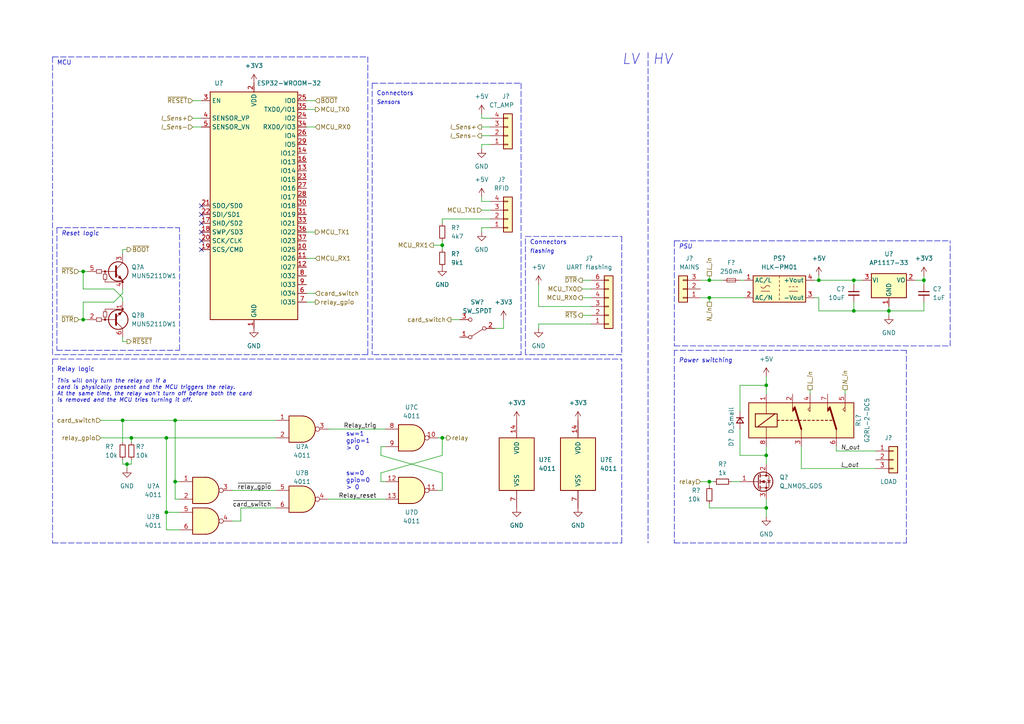
<source format=kicad_sch>
(kicad_sch (version 20210621) (generator eeschema)
  (paper "A4")
  (lib_symbols
    (symbol "4xxx:4011" (pin_names (offset 1.016))
      (property "Reference" "U" (at 0 1.27 0))
      (property "Value" "4011" (at 0 -1.27 0))
      (symbol "4011_1_1"
        (arc (start 0 -3.81) (end 0 3.81) (radius (at 0 0) (length 3.81) (angles -89.9 89.9)) (stroke (width 0.254)) (fill (type background)))
        (polyline (pts (xy 0 3.81) (xy -3.81 3.81) (xy -3.81 -3.81) (xy 0 -3.81)) (stroke (width 0.254)) (fill (type background)))
        (pin input line (at -7.62 2.54 0) (length 3.81) (name "~") (number "1"))
        (pin input line (at -7.62 -2.54 0) (length 3.81) (name "~") (number "2"))
        (pin output inverted (at 7.62 0 180) (length 3.81) (name "~") (number "3"))
      )
      (symbol "4011_1_2"
        (arc (start -3.81 3.81) (end -3.81 -3.81) (radius (at -9.144 0) (length 6.5532) (angles 35.4 -35.4)) (stroke (width 0.254)))
        (arc (start 3.81 0) (end -0.6096 3.81) (radius (at -1.1938 -1.3208) (length 5.1816) (angles 15 83.7)) (stroke (width 0.254)) (fill (type background)))
        (arc (start 3.81 0) (end -0.6096 -3.81) (radius (at -1.1938 1.3208) (length 5.1816) (angles -15 -83.7)) (stroke (width 0.254)) (fill (type background)))
        (polyline (pts (xy -3.81 -3.81) (xy -0.635 -3.81)) (stroke (width 0.254)) (fill (type background)))
        (polyline (pts (xy -3.81 3.81) (xy -0.635 3.81)) (stroke (width 0.254)) (fill (type background)))
        (polyline (pts (xy -0.635 3.81) (xy -3.81 3.81) (xy -3.81 3.81) (xy -3.556 3.4036) (xy -3.0226 2.2606) (xy -2.6924 1.0414) (xy -2.6162 -0.254) (xy -2.7686 -1.4986) (xy -3.175 -2.7178) (xy -3.81 -3.81) (xy -3.81 -3.81) (xy -0.635 -3.81)) (stroke (width -25.4)) (fill (type background)))
        (pin input inverted (at -7.62 2.54 0) (length 4.318) (name "~") (number "1"))
        (pin input inverted (at -7.62 -2.54 0) (length 4.318) (name "~") (number "2"))
        (pin output line (at 7.62 0 180) (length 3.81) (name "~") (number "3"))
      )
      (symbol "4011_2_1"
        (arc (start 0 -3.81) (end 0 3.81) (radius (at 0 0) (length 3.81) (angles -89.9 89.9)) (stroke (width 0.254)) (fill (type background)))
        (polyline (pts (xy 0 3.81) (xy -3.81 3.81) (xy -3.81 -3.81) (xy 0 -3.81)) (stroke (width 0.254)) (fill (type background)))
        (pin output inverted (at 7.62 0 180) (length 3.81) (name "~") (number "4"))
        (pin input line (at -7.62 2.54 0) (length 3.81) (name "~") (number "5"))
        (pin input line (at -7.62 -2.54 0) (length 3.81) (name "~") (number "6"))
      )
      (symbol "4011_2_2"
        (arc (start -3.81 3.81) (end -3.81 -3.81) (radius (at -9.144 0) (length 6.5532) (angles 35.4 -35.4)) (stroke (width 0.254)))
        (arc (start 3.81 0) (end -0.6096 3.81) (radius (at -1.1938 -1.3208) (length 5.1816) (angles 15 83.7)) (stroke (width 0.254)) (fill (type background)))
        (arc (start 3.81 0) (end -0.6096 -3.81) (radius (at -1.1938 1.3208) (length 5.1816) (angles -15 -83.7)) (stroke (width 0.254)) (fill (type background)))
        (polyline (pts (xy -3.81 -3.81) (xy -0.635 -3.81)) (stroke (width 0.254)) (fill (type background)))
        (polyline (pts (xy -3.81 3.81) (xy -0.635 3.81)) (stroke (width 0.254)) (fill (type background)))
        (polyline (pts (xy -0.635 3.81) (xy -3.81 3.81) (xy -3.81 3.81) (xy -3.556 3.4036) (xy -3.0226 2.2606) (xy -2.6924 1.0414) (xy -2.6162 -0.254) (xy -2.7686 -1.4986) (xy -3.175 -2.7178) (xy -3.81 -3.81) (xy -3.81 -3.81) (xy -0.635 -3.81)) (stroke (width -25.4)) (fill (type background)))
        (pin output line (at 7.62 0 180) (length 3.81) (name "~") (number "4"))
        (pin input inverted (at -7.62 2.54 0) (length 4.318) (name "~") (number "5"))
        (pin input inverted (at -7.62 -2.54 0) (length 4.318) (name "~") (number "6"))
      )
      (symbol "4011_3_1"
        (arc (start 0 -3.81) (end 0 3.81) (radius (at 0 0) (length 3.81) (angles -89.9 89.9)) (stroke (width 0.254)) (fill (type background)))
        (polyline (pts (xy 0 3.81) (xy -3.81 3.81) (xy -3.81 -3.81) (xy 0 -3.81)) (stroke (width 0.254)) (fill (type background)))
        (pin output inverted (at 7.62 0 180) (length 3.81) (name "~") (number "10"))
        (pin input line (at -7.62 2.54 0) (length 3.81) (name "~") (number "8"))
        (pin input line (at -7.62 -2.54 0) (length 3.81) (name "~") (number "9"))
      )
      (symbol "4011_3_2"
        (arc (start -3.81 3.81) (end -3.81 -3.81) (radius (at -9.144 0) (length 6.5532) (angles 35.4 -35.4)) (stroke (width 0.254)))
        (arc (start 3.81 0) (end -0.6096 3.81) (radius (at -1.1938 -1.3208) (length 5.1816) (angles 15 83.7)) (stroke (width 0.254)) (fill (type background)))
        (arc (start 3.81 0) (end -0.6096 -3.81) (radius (at -1.1938 1.3208) (length 5.1816) (angles -15 -83.7)) (stroke (width 0.254)) (fill (type background)))
        (polyline (pts (xy -3.81 -3.81) (xy -0.635 -3.81)) (stroke (width 0.254)) (fill (type background)))
        (polyline (pts (xy -3.81 3.81) (xy -0.635 3.81)) (stroke (width 0.254)) (fill (type background)))
        (polyline (pts (xy -0.635 3.81) (xy -3.81 3.81) (xy -3.81 3.81) (xy -3.556 3.4036) (xy -3.0226 2.2606) (xy -2.6924 1.0414) (xy -2.6162 -0.254) (xy -2.7686 -1.4986) (xy -3.175 -2.7178) (xy -3.81 -3.81) (xy -3.81 -3.81) (xy -0.635 -3.81)) (stroke (width -25.4)) (fill (type background)))
        (pin output line (at 7.62 0 180) (length 3.81) (name "~") (number "10"))
        (pin input inverted (at -7.62 2.54 0) (length 4.318) (name "~") (number "8"))
        (pin input inverted (at -7.62 -2.54 0) (length 4.318) (name "~") (number "9"))
      )
      (symbol "4011_4_1"
        (arc (start 0 -3.81) (end 0 3.81) (radius (at 0 0) (length 3.81) (angles -89.9 89.9)) (stroke (width 0.254)) (fill (type background)))
        (polyline (pts (xy 0 3.81) (xy -3.81 3.81) (xy -3.81 -3.81) (xy 0 -3.81)) (stroke (width 0.254)) (fill (type background)))
        (pin output inverted (at 7.62 0 180) (length 3.81) (name "~") (number "11"))
        (pin input line (at -7.62 2.54 0) (length 3.81) (name "~") (number "12"))
        (pin input line (at -7.62 -2.54 0) (length 3.81) (name "~") (number "13"))
      )
      (symbol "4011_4_2"
        (arc (start -3.81 3.81) (end -3.81 -3.81) (radius (at -9.144 0) (length 6.5532) (angles 35.4 -35.4)) (stroke (width 0.254)))
        (arc (start 3.81 0) (end -0.6096 3.81) (radius (at -1.1938 -1.3208) (length 5.1816) (angles 15 83.7)) (stroke (width 0.254)) (fill (type background)))
        (arc (start 3.81 0) (end -0.6096 -3.81) (radius (at -1.1938 1.3208) (length 5.1816) (angles -15 -83.7)) (stroke (width 0.254)) (fill (type background)))
        (polyline (pts (xy -3.81 -3.81) (xy -0.635 -3.81)) (stroke (width 0.254)) (fill (type background)))
        (polyline (pts (xy -3.81 3.81) (xy -0.635 3.81)) (stroke (width 0.254)) (fill (type background)))
        (polyline (pts (xy -0.635 3.81) (xy -3.81 3.81) (xy -3.81 3.81) (xy -3.556 3.4036) (xy -3.0226 2.2606) (xy -2.6924 1.0414) (xy -2.6162 -0.254) (xy -2.7686 -1.4986) (xy -3.175 -2.7178) (xy -3.81 -3.81) (xy -3.81 -3.81) (xy -0.635 -3.81)) (stroke (width -25.4)) (fill (type background)))
        (pin output line (at 7.62 0 180) (length 3.81) (name "~") (number "11"))
        (pin input inverted (at -7.62 2.54 0) (length 4.318) (name "~") (number "12"))
        (pin input inverted (at -7.62 -2.54 0) (length 4.318) (name "~") (number "13"))
      )
      (symbol "4011_5_0"
        (pin power_in line (at 0 12.7 270) (length 5.08) (name "VDD") (number "14"))
        (pin power_in line (at 0 -12.7 90) (length 5.08) (name "VSS") (number "7"))
      )
      (symbol "4011_5_1"
        (rectangle (start -5.08 7.62) (end 5.08 -7.62) (stroke (width 0.254)) (fill (type background)))
      )
    )
    (symbol "Connector_Generic:Conn_01x03" (pin_names (offset 1.016) hide)
      (property "Reference" "J" (at 0 5.08 0))
      (property "Value" "Conn_01x03" (at 0 -5.08 0))
      (symbol "Conn_01x03_1_1"
        (rectangle (start -1.27 -2.413) (end 0 -2.667) (stroke (width 0.1524)))
        (rectangle (start -1.27 0.127) (end 0 -0.127) (stroke (width 0.1524)))
        (rectangle (start -1.27 2.667) (end 0 2.413) (stroke (width 0.1524)))
        (rectangle (start -1.27 3.81) (end 1.27 -3.81) (stroke (width 0.254)) (fill (type background)))
        (pin passive line (at -5.08 2.54 0) (length 3.81) (name "Pin_1") (number "1"))
        (pin passive line (at -5.08 0 0) (length 3.81) (name "Pin_2") (number "2"))
        (pin passive line (at -5.08 -2.54 0) (length 3.81) (name "Pin_3") (number "3"))
      )
    )
    (symbol "Connector_Generic:Conn_01x04" (pin_names (offset 1.016) hide)
      (property "Reference" "J" (at 0 5.08 0))
      (property "Value" "Conn_01x04" (at 0 -7.62 0))
      (symbol "Conn_01x04_1_1"
        (rectangle (start -1.27 -4.953) (end 0 -5.207) (stroke (width 0.1524)))
        (rectangle (start -1.27 -2.413) (end 0 -2.667) (stroke (width 0.1524)))
        (rectangle (start -1.27 0.127) (end 0 -0.127) (stroke (width 0.1524)))
        (rectangle (start -1.27 2.667) (end 0 2.413) (stroke (width 0.1524)))
        (rectangle (start -1.27 3.81) (end 1.27 -6.35) (stroke (width 0.254)) (fill (type background)))
        (pin passive line (at -5.08 2.54 0) (length 3.81) (name "Pin_1") (number "1"))
        (pin passive line (at -5.08 0 0) (length 3.81) (name "Pin_2") (number "2"))
        (pin passive line (at -5.08 -2.54 0) (length 3.81) (name "Pin_3") (number "3"))
        (pin passive line (at -5.08 -5.08 0) (length 3.81) (name "Pin_4") (number "4"))
      )
    )
    (symbol "Connector_Generic:Conn_01x06" (pin_names (offset 1.016) hide)
      (property "Reference" "J" (at 0 7.62 0))
      (property "Value" "Conn_01x06" (at 0 -10.16 0))
      (symbol "Conn_01x06_1_1"
        (rectangle (start -1.27 -7.493) (end 0 -7.747) (stroke (width 0.1524)))
        (rectangle (start -1.27 -4.953) (end 0 -5.207) (stroke (width 0.1524)))
        (rectangle (start -1.27 -2.413) (end 0 -2.667) (stroke (width 0.1524)))
        (rectangle (start -1.27 0.127) (end 0 -0.127) (stroke (width 0.1524)))
        (rectangle (start -1.27 2.667) (end 0 2.413) (stroke (width 0.1524)))
        (rectangle (start -1.27 5.207) (end 0 4.953) (stroke (width 0.1524)))
        (rectangle (start -1.27 6.35) (end 1.27 -8.89) (stroke (width 0.254)) (fill (type background)))
        (pin passive line (at -5.08 5.08 0) (length 3.81) (name "Pin_1") (number "1"))
        (pin passive line (at -5.08 2.54 0) (length 3.81) (name "Pin_2") (number "2"))
        (pin passive line (at -5.08 0 0) (length 3.81) (name "Pin_3") (number "3"))
        (pin passive line (at -5.08 -2.54 0) (length 3.81) (name "Pin_4") (number "4"))
        (pin passive line (at -5.08 -5.08 0) (length 3.81) (name "Pin_5") (number "5"))
        (pin passive line (at -5.08 -7.62 0) (length 3.81) (name "Pin_6") (number "6"))
      )
    )
    (symbol "Converter_ACDC:HLK-PM01"
      (property "Reference" "PS" (at 0 5.08 0))
      (property "Value" "HLK-PM01" (at 0 -5.08 0))
      (symbol "HLK-PM01_0_1"
        (arc (start -5.334 0.635) (end -4.064 0.635) (radius (at -4.699 0.9652) (length 0.7112) (angles -152.5 -27.5)))
        (arc (start -2.794 0.635) (end -4.064 0.635) (radius (at -3.429 0.2794) (length 0.7366) (angles 29.2 150.8)))
        (rectangle (start -7.62 3.81) (end 7.62 -3.81) (stroke (width 0.254)) (fill (type background)))
        (polyline (pts (xy -5.334 -0.635) (xy -2.794 -0.635)))
        (polyline (pts (xy 0 -2.54) (xy 0 -3.175)))
        (polyline (pts (xy 0 -1.27) (xy 0 -1.905)))
        (polyline (pts (xy 0 0) (xy 0 -0.635)))
        (polyline (pts (xy 0 1.27) (xy 0 0.635)))
        (polyline (pts (xy 0 2.54) (xy 0 1.905)))
        (polyline (pts (xy 0 3.81) (xy 0 3.175)))
        (polyline (pts (xy 2.794 -0.635) (xy 5.334 -0.635)))
        (polyline (pts (xy 2.794 0.635) (xy 3.302 0.635)))
        (polyline (pts (xy 3.81 0.635) (xy 4.318 0.635)))
        (polyline (pts (xy 4.826 0.635) (xy 5.334 0.635)))
      )
      (symbol "HLK-PM01_1_1"
        (pin power_in line (at -10.16 2.54 0) (length 2.54) (name "AC/L") (number "1"))
        (pin power_in line (at -10.16 -2.54 0) (length 2.54) (name "AC/N") (number "2"))
        (pin power_out line (at 10.16 -2.54 180) (length 2.54) (name "-Vout") (number "3"))
        (pin power_out line (at 10.16 2.54 180) (length 2.54) (name "+Vout") (number "4"))
      )
    )
    (symbol "Device:C_Small" (pin_numbers hide) (pin_names (offset 0.254) hide)
      (property "Reference" "C" (at 0.254 1.778 0))
      (property "Value" "C_Small" (at 0.254 -2.032 0))
      (symbol "C_Small_0_1"
        (polyline (pts (xy -1.524 -0.508) (xy 1.524 -0.508)) (stroke (width 0.3302)))
        (polyline (pts (xy -1.524 0.508) (xy 1.524 0.508)) (stroke (width 0.3048)))
      )
      (symbol "C_Small_1_1"
        (pin passive line (at 0 2.54 270) (length 2.032) (name "~") (number "1"))
        (pin passive line (at 0 -2.54 90) (length 2.032) (name "~") (number "2"))
      )
    )
    (symbol "Device:D_Small" (pin_numbers hide) (pin_names (offset 0.254) hide)
      (property "Reference" "D" (at -1.27 2.032 0))
      (property "Value" "D_Small" (at -3.81 -2.032 0))
      (symbol "D_Small_0_1"
        (polyline (pts (xy -0.762 -1.016) (xy -0.762 1.016)) (stroke (width 0.254)))
        (polyline (pts (xy -0.762 0) (xy 0.762 0)))
        (polyline (pts (xy 0.762 -1.016) (xy -0.762 0) (xy 0.762 1.016) (xy 0.762 -1.016)) (stroke (width 0.254)))
      )
      (symbol "D_Small_1_1"
        (pin passive line (at -2.54 0 0) (length 1.778) (name "K") (number "1"))
        (pin passive line (at 2.54 0 180) (length 1.778) (name "A") (number "2"))
      )
    )
    (symbol "Device:Fuse_Small" (pin_numbers hide) (pin_names (offset 0.254) hide)
      (property "Reference" "F" (at 0 -1.524 0))
      (property "Value" "Fuse_Small" (at 0 1.524 0))
      (symbol "Fuse_Small_0_1"
        (rectangle (start -1.27 0.508) (end 1.27 -0.508))
        (polyline (pts (xy -1.27 0) (xy 1.27 0)))
      )
      (symbol "Fuse_Small_1_1"
        (pin passive line (at -2.54 0 0) (length 1.27) (name "~") (number "1"))
        (pin passive line (at 2.54 0 180) (length 1.27) (name "~") (number "2"))
      )
    )
    (symbol "Device:Q_NMOS_GDS" (pin_names (offset 0) hide)
      (property "Reference" "Q" (at 5.08 1.27 0))
      (property "Value" "Q_NMOS_GDS" (at 5.08 -1.27 0))
      (symbol "Q_NMOS_GDS_0_1"
        (circle (center 1.651 0) (radius 2.794) (stroke (width 0.254)))
        (circle (center 2.54 -1.778) (radius 0.254) (fill (type outline)))
        (circle (center 2.54 1.778) (radius 0.254) (fill (type outline)))
        (polyline (pts (xy 0.254 0) (xy -2.54 0)))
        (polyline (pts (xy 0.254 1.905) (xy 0.254 -1.905)) (stroke (width 0.254)))
        (polyline (pts (xy 0.762 -1.27) (xy 0.762 -2.286)) (stroke (width 0.254)))
        (polyline (pts (xy 0.762 0.508) (xy 0.762 -0.508)) (stroke (width 0.254)))
        (polyline (pts (xy 0.762 2.286) (xy 0.762 1.27)) (stroke (width 0.254)))
        (polyline (pts (xy 2.54 2.54) (xy 2.54 1.778)))
        (polyline (pts (xy 2.54 -2.54) (xy 2.54 0) (xy 0.762 0)))
        (polyline (pts (xy 0.762 -1.778) (xy 3.302 -1.778) (xy 3.302 1.778) (xy 0.762 1.778)))
        (polyline (pts (xy 2.794 0.508) (xy 2.921 0.381) (xy 3.683 0.381) (xy 3.81 0.254)))
        (polyline (pts (xy 3.302 0.381) (xy 2.921 -0.254) (xy 3.683 -0.254) (xy 3.302 0.381)))
        (polyline (pts (xy 1.016 0) (xy 2.032 0.381) (xy 2.032 -0.381) (xy 1.016 0)) (fill (type outline)))
      )
      (symbol "Q_NMOS_GDS_1_1"
        (pin input line (at -5.08 0 0) (length 2.54) (name "G") (number "1"))
        (pin passive line (at 2.54 5.08 270) (length 2.54) (name "D") (number "2"))
        (pin passive line (at 2.54 -5.08 90) (length 2.54) (name "S") (number "3"))
      )
    )
    (symbol "Device:R_Small" (pin_numbers hide) (pin_names (offset 0.254) hide)
      (property "Reference" "R" (at 0.762 0.508 0))
      (property "Value" "R_Small" (at 0.762 -1.016 0))
      (symbol "R_Small_0_1"
        (rectangle (start -0.762 1.778) (end 0.762 -1.778) (stroke (width 0.2032)))
      )
      (symbol "R_Small_1_1"
        (pin passive line (at 0 2.54 270) (length 0.762) (name "~") (number "1"))
        (pin passive line (at 0 -2.54 90) (length 0.762) (name "~") (number "2"))
      )
    )
    (symbol "RF_Module:ESP32-WROOM-32"
      (property "Reference" "U" (at -12.7 34.29 0))
      (property "Value" "ESP32-WROOM-32" (at 1.27 34.29 0))
      (symbol "ESP32-WROOM-32_0_1"
        (rectangle (start -12.7 33.02) (end 12.7 -33.02) (stroke (width 0.254)) (fill (type background)))
      )
      (symbol "ESP32-WROOM-32_1_1"
        (pin power_in line (at 0 -35.56 90) (length 2.54) (name "GND") (number "1"))
        (pin bidirectional line (at 15.24 -12.7 180) (length 2.54) (name "IO25") (number "10"))
        (pin bidirectional line (at 15.24 -15.24 180) (length 2.54) (name "IO26") (number "11"))
        (pin bidirectional line (at 15.24 -17.78 180) (length 2.54) (name "IO27") (number "12"))
        (pin bidirectional line (at 15.24 10.16 180) (length 2.54) (name "IO14") (number "13"))
        (pin bidirectional line (at 15.24 15.24 180) (length 2.54) (name "IO12") (number "14"))
        (pin passive line (at 0 -35.56 90) (length 2.54) hide (name "GND") (number "15"))
        (pin bidirectional line (at 15.24 12.7 180) (length 2.54) (name "IO13") (number "16"))
        (pin bidirectional line (at -15.24 -5.08 0) (length 2.54) (name "SHD/SD2") (number "17"))
        (pin bidirectional line (at -15.24 -7.62 0) (length 2.54) (name "SWP/SD3") (number "18"))
        (pin bidirectional line (at -15.24 -12.7 0) (length 2.54) (name "SCS/CMD") (number "19"))
        (pin power_in line (at 0 35.56 270) (length 2.54) (name "VDD") (number "2"))
        (pin bidirectional line (at -15.24 -10.16 0) (length 2.54) (name "SCK/CLK") (number "20"))
        (pin bidirectional line (at -15.24 0 0) (length 2.54) (name "SDO/SD0") (number "21"))
        (pin bidirectional line (at -15.24 -2.54 0) (length 2.54) (name "SDI/SD1") (number "22"))
        (pin bidirectional line (at 15.24 7.62 180) (length 2.54) (name "IO15") (number "23"))
        (pin bidirectional line (at 15.24 25.4 180) (length 2.54) (name "IO2") (number "24"))
        (pin bidirectional line (at 15.24 30.48 180) (length 2.54) (name "IO0") (number "25"))
        (pin bidirectional line (at 15.24 20.32 180) (length 2.54) (name "IO4") (number "26"))
        (pin bidirectional line (at 15.24 5.08 180) (length 2.54) (name "IO16") (number "27"))
        (pin bidirectional line (at 15.24 2.54 180) (length 2.54) (name "IO17") (number "28"))
        (pin bidirectional line (at 15.24 17.78 180) (length 2.54) (name "IO5") (number "29"))
        (pin input line (at -15.24 30.48 0) (length 2.54) (name "EN") (number "3"))
        (pin bidirectional line (at 15.24 0 180) (length 2.54) (name "IO18") (number "30"))
        (pin bidirectional line (at 15.24 -2.54 180) (length 2.54) (name "IO19") (number "31"))
        (pin no_connect line (at -12.7 -27.94 0) (length 2.54) hide (name "NC") (number "32"))
        (pin bidirectional line (at 15.24 -5.08 180) (length 2.54) (name "IO21") (number "33"))
        (pin bidirectional line (at 15.24 22.86 180) (length 2.54) (name "RXD0/IO3") (number "34"))
        (pin bidirectional line (at 15.24 27.94 180) (length 2.54) (name "TXD0/IO1") (number "35"))
        (pin bidirectional line (at 15.24 -7.62 180) (length 2.54) (name "IO22") (number "36"))
        (pin bidirectional line (at 15.24 -10.16 180) (length 2.54) (name "IO23") (number "37"))
        (pin passive line (at 0 -35.56 90) (length 2.54) hide (name "GND") (number "38"))
        (pin passive line (at 0 -35.56 90) (length 2.54) hide (name "GND") (number "39"))
        (pin input line (at -15.24 25.4 0) (length 2.54) (name "SENSOR_VP") (number "4"))
        (pin input line (at -15.24 22.86 0) (length 2.54) (name "SENSOR_VN") (number "5"))
        (pin input line (at 15.24 -25.4 180) (length 2.54) (name "IO34") (number "6"))
        (pin input line (at 15.24 -27.94 180) (length 2.54) (name "IO35") (number "7"))
        (pin bidirectional line (at 15.24 -20.32 180) (length 2.54) (name "IO32") (number "8"))
        (pin bidirectional line (at 15.24 -22.86 180) (length 2.54) (name "IO33") (number "9"))
      )
    )
    (symbol "Regulator_Linear:AP1117-33" (pin_names (offset 0.254))
      (property "Reference" "U" (at -3.81 3.175 0))
      (property "Value" "AP1117-33" (at 0 3.175 0))
      (symbol "AP1117-33_0_1"
        (rectangle (start -5.08 -5.08) (end 5.08 1.905) (stroke (width 0.254)) (fill (type background)))
      )
      (symbol "AP1117-33_1_1"
        (pin power_in line (at 0 -7.62 90) (length 2.54) (name "GND") (number "1"))
        (pin power_out line (at 7.62 0 180) (length 2.54) (name "VO") (number "2"))
        (pin power_in line (at -7.62 0 0) (length 2.54) (name "VI") (number "3"))
      )
    )
    (symbol "Relay:G2RL-2-DC5"
      (property "Reference" "RL" (at 16.51 3.81 0))
      (property "Value" "G2RL-2-DC5" (at 16.51 1.27 0))
      (symbol "G2RL-2-DC5_0_1"
        (rectangle (start -13.335 1.905) (end -6.985 -1.905) (stroke (width 0.254)))
        (rectangle (start -15.24 5.08) (end 15.24 -5.08) (stroke (width 0.254)) (fill (type background)))
        (polyline (pts (xy -12.7 -1.905) (xy -7.62 1.905)) (stroke (width 0.254)))
        (polyline (pts (xy -10.16 -5.08) (xy -10.16 -1.905)))
        (polyline (pts (xy -10.16 5.08) (xy -10.16 1.905)))
        (polyline (pts (xy -6.985 0) (xy -6.35 0)) (stroke (width 0.254)))
        (polyline (pts (xy -5.715 0) (xy -5.08 0)) (stroke (width 0.254)))
        (polyline (pts (xy -4.445 0) (xy -3.81 0)) (stroke (width 0.254)))
        (polyline (pts (xy -3.175 0) (xy -2.54 0)) (stroke (width 0.254)))
        (polyline (pts (xy -1.905 0) (xy -1.27 0)) (stroke (width 0.254)))
        (polyline (pts (xy -0.635 0) (xy 0 0)) (stroke (width 0.254)))
        (polyline (pts (xy 0 -2.54) (xy -1.905 3.81)) (stroke (width 0.508)))
        (polyline (pts (xy 0 -2.54) (xy 0 -5.08)))
        (polyline (pts (xy 0.635 0) (xy 1.27 0)) (stroke (width 0.254)))
        (polyline (pts (xy 1.905 0) (xy 2.54 0)) (stroke (width 0.254)))
        (polyline (pts (xy 3.175 0) (xy 3.81 0)) (stroke (width 0.254)))
        (polyline (pts (xy 4.445 0) (xy 5.08 0)) (stroke (width 0.254)))
        (polyline (pts (xy 5.715 0) (xy 6.35 0)) (stroke (width 0.254)))
        (polyline (pts (xy 6.985 0) (xy 7.62 0)) (stroke (width 0.254)))
        (polyline (pts (xy 8.255 0) (xy 8.89 0)) (stroke (width 0.254)))
        (polyline (pts (xy 10.16 -2.54) (xy 8.255 3.81)) (stroke (width 0.508)))
        (polyline (pts (xy 10.16 -2.54) (xy 10.16 -5.08)))
        (polyline (pts (xy 2.54 5.08) (xy 2.54 2.54) (xy 1.905 3.175) (xy 2.54 3.81)))
        (polyline (pts (xy 12.7 5.08) (xy 12.7 2.54) (xy 12.065 3.175) (xy 12.7 3.81)))
        (polyline (pts (xy -2.54 5.08) (xy -2.54 2.54) (xy -1.905 3.175) (xy -2.54 3.81)) (fill (type outline)))
        (polyline (pts (xy 7.62 5.08) (xy 7.62 2.54) (xy 8.255 3.175) (xy 7.62 3.81)) (fill (type outline)))
      )
      (symbol "G2RL-2-DC5_1_1"
        (pin passive line (at -10.16 7.62 270) (length 2.54) (name "~") (number "1"))
        (pin passive line (at -2.54 7.62 270) (length 2.54) (name "~") (number "2"))
        (pin passive line (at 0 -7.62 90) (length 2.54) (name "~") (number "3"))
        (pin passive line (at 2.54 7.62 270) (length 2.54) (name "~") (number "4"))
        (pin passive line (at 12.7 7.62 270) (length 2.54) (name "~") (number "5"))
        (pin passive line (at 10.16 -7.62 90) (length 2.54) (name "~") (number "6"))
        (pin passive line (at 7.62 7.62 270) (length 2.54) (name "~") (number "7"))
        (pin passive line (at -10.16 -7.62 90) (length 2.54) (name "~") (number "8"))
      )
    )
    (symbol "Switch:SW_SPDT" (pin_names (offset 0) hide)
      (property "Reference" "SW" (at 0 4.318 0))
      (property "Value" "SW_SPDT" (at 0 -5.08 0))
      (symbol "SW_SPDT_0_0"
        (circle (center -2.032 0) (radius 0.508))
        (circle (center 2.032 -2.54) (radius 0.508))
      )
      (symbol "SW_SPDT_0_1"
        (circle (center 2.032 2.54) (radius 0.508))
        (polyline (pts (xy -1.524 0.254) (xy 1.651 2.286)))
      )
      (symbol "SW_SPDT_1_1"
        (pin passive line (at 5.08 2.54 180) (length 2.54) (name "A") (number "1"))
        (pin passive line (at -5.08 0 0) (length 2.54) (name "B") (number "2"))
        (pin passive line (at 5.08 -2.54 180) (length 2.54) (name "C") (number "3"))
      )
    )
    (symbol "Transistor_BJT:MUN5211DW1" (pin_names hide)
      (property "Reference" "Q" (at 3.81 1.27 0))
      (property "Value" "MUN5211DW1" (at 3.81 -1.27 0))
      (symbol "MUN5211DW1_0_1"
        (circle (center -3.81 0) (radius 0.254) (fill (type outline)))
        (circle (center 1.27 -3.048) (radius 0.254) (fill (type outline)))
        (rectangle (start -6.35 0.508) (end -4.826 -0.508))
        (rectangle (start -4.318 -2.286) (end -3.302 -0.762))
        (polyline (pts (xy -3.81 -0.762) (xy -3.81 0)))
        (polyline (pts (xy -0.762 0) (xy -4.826 0)))
        (polyline (pts (xy -0.635 1.524) (xy -0.635 -1.524)) (stroke (width 0.508)))
        (polyline (pts (xy -3.81 -2.286) (xy -3.81 -3.048) (xy 1.27 -3.048)))
      )
      (symbol "MUN5211DW1_1_1"
        (circle (center 0 0) (radius 2.8194) (stroke (width 0.254)))
        (polyline (pts (xy -0.635 0.635) (xy 1.27 2.54)))
        (polyline (pts (xy -0.635 -0.635) (xy 1.27 -2.54) (xy 1.27 -2.54)))
        (polyline (pts (xy 0 -1.778) (xy 0.508 -1.27) (xy 1.016 -2.286) (xy 0 -1.778) (xy 0 -1.778)) (fill (type outline)))
        (pin passive line (at 1.27 5.08 270) (length 2.54) (name "C1") (number "3"))
        (pin passive line (at 1.27 -5.08 90) (length 2.54) (name "E1") (number "4"))
        (pin input line (at -8.89 0 0) (length 2.54) (name "B1") (number "5"))
      )
      (symbol "MUN5211DW1_2_1"
        (circle (center 0 0) (radius 2.8194) (stroke (width 0.254)))
        (polyline (pts (xy -0.635 0.635) (xy 1.27 2.54)))
        (polyline (pts (xy -0.635 -0.635) (xy 1.27 -2.54) (xy 1.27 -2.54)))
        (polyline (pts (xy 0 -1.778) (xy 0.508 -1.27) (xy 1.016 -2.286) (xy 0 -1.778) (xy 0 -1.778)) (fill (type outline)))
        (pin passive line (at 1.27 -5.08 90) (length 2.54) (name "E2") (number "1"))
        (pin input line (at -8.89 0 0) (length 2.54) (name "B2") (number "2"))
        (pin passive line (at 1.27 5.08 270) (length 2.54) (name "C2") (number "6"))
      )
    )
    (symbol "power:+3V3" (power) (pin_names (offset 0))
      (property "Value" "+3V3" (at 0 3.556 0))
      (symbol "+3V3_0_1"
        (polyline (pts (xy -0.762 1.27) (xy 0 2.54)))
        (polyline (pts (xy 0 0) (xy 0 2.54)))
        (polyline (pts (xy 0 2.54) (xy 0.762 1.27)))
      )
      (symbol "+3V3_1_1"
        (pin power_in line (at 0 0 90) (length 0) hide (name "+3V3") (number "1"))
      )
    )
    (symbol "power:+5V" (power) (pin_names (offset 0))
      (property "Value" "+5V" (at 0 3.556 0))
      (symbol "+5V_0_1"
        (polyline (pts (xy -0.762 1.27) (xy 0 2.54)))
        (polyline (pts (xy 0 0) (xy 0 2.54)))
        (polyline (pts (xy 0 2.54) (xy 0.762 1.27)))
      )
      (symbol "+5V_1_1"
        (pin power_in line (at 0 0 90) (length 0) hide (name "+5V") (number "1"))
      )
    )
    (symbol "power:GND" (power) (pin_names (offset 0))
      (property "Value" "GND" (at 0 -3.81 0))
      (symbol "GND_0_1"
        (polyline (pts (xy 0 0) (xy 0 -1.27) (xy 1.27 -1.27) (xy 0 -2.54) (xy -1.27 -1.27) (xy 0 -1.27)))
      )
      (symbol "GND_1_1"
        (pin power_in line (at 0 0 270) (length 0) hide (name "GND") (number "1"))
      )
    )
  )
  (junction (at 24.13 78.74))
  (junction (at 24.13 92.71))
  (junction (at 35.56 121.92))
  (junction (at 36.83 134.62))
  (junction (at 38.1 127))
  (junction (at 48.26 127))
  (junction (at 48.26 148.59))
  (junction (at 50.8 121.92))
  (junction (at 50.8 139.7))
  (junction (at 128.27 71.12))
  (junction (at 128.27 127))
  (junction (at 205.74 81.28))
  (junction (at 205.74 86.36))
  (junction (at 205.74 139.7))
  (junction (at 222.25 111.76))
  (junction (at 222.25 132.08))
  (junction (at 222.25 147.32))
  (junction (at 237.49 81.28))
  (junction (at 247.65 81.28))
  (junction (at 247.65 90.17))
  (junction (at 257.81 90.17))
  (junction (at 267.97 81.28))
  (no_connect (at 58.42 59.69))
  (no_connect (at 58.42 62.23))
  (no_connect (at 58.42 64.77))
  (no_connect (at 58.42 67.31))
  (no_connect (at 58.42 69.85))
  (no_connect (at 58.42 72.39))
  (wire (pts (xy 22.86 78.74) (xy 24.13 78.74)))
  (wire (pts (xy 22.86 92.71) (xy 24.13 92.71)))
  (wire (pts (xy 24.13 78.74) (xy 25.4 78.74)))
  (wire (pts (xy 24.13 83.82) (xy 24.13 78.74)))
  (wire (pts (xy 24.13 87.63) (xy 24.13 92.71)))
  (wire (pts (xy 24.13 92.71) (xy 25.4 92.71)))
  (wire (pts (xy 29.21 121.92) (xy 35.56 121.92)))
  (wire (pts (xy 29.21 127) (xy 38.1 127)))
  (wire (pts (xy 33.02 83.82) (xy 24.13 83.82)))
  (wire (pts (xy 33.02 83.82) (xy 35.56 86.36)))
  (wire (pts (xy 33.02 87.63) (xy 24.13 87.63)))
  (wire (pts (xy 33.02 87.63) (xy 35.56 85.09)))
  (wire (pts (xy 35.56 72.39) (xy 36.83 72.39)))
  (wire (pts (xy 35.56 73.66) (xy 35.56 72.39)))
  (wire (pts (xy 35.56 83.82) (xy 35.56 85.09)))
  (wire (pts (xy 35.56 86.36) (xy 35.56 87.63)))
  (wire (pts (xy 35.56 97.79) (xy 35.56 99.06)))
  (wire (pts (xy 35.56 99.06) (xy 36.83 99.06)))
  (wire (pts (xy 35.56 121.92) (xy 35.56 128.27)))
  (wire (pts (xy 35.56 121.92) (xy 50.8 121.92)))
  (wire (pts (xy 35.56 134.62) (xy 35.56 133.35)))
  (wire (pts (xy 36.83 134.62) (xy 35.56 134.62)))
  (wire (pts (xy 36.83 134.62) (xy 36.83 135.89)))
  (wire (pts (xy 38.1 127) (xy 38.1 128.27)))
  (wire (pts (xy 38.1 127) (xy 48.26 127)))
  (wire (pts (xy 38.1 133.35) (xy 38.1 134.62)))
  (wire (pts (xy 38.1 134.62) (xy 36.83 134.62)))
  (wire (pts (xy 48.26 127) (xy 48.26 148.59)))
  (wire (pts (xy 48.26 127) (xy 80.01 127)))
  (wire (pts (xy 48.26 148.59) (xy 48.26 153.67)))
  (wire (pts (xy 48.26 148.59) (xy 52.07 148.59)))
  (wire (pts (xy 48.26 153.67) (xy 52.07 153.67)))
  (wire (pts (xy 50.8 121.92) (xy 50.8 139.7)))
  (wire (pts (xy 50.8 121.92) (xy 80.01 121.92)))
  (wire (pts (xy 50.8 139.7) (xy 50.8 144.78)))
  (wire (pts (xy 50.8 144.78) (xy 52.07 144.78)))
  (wire (pts (xy 52.07 139.7) (xy 50.8 139.7)))
  (wire (pts (xy 55.88 29.21) (xy 58.42 29.21)))
  (wire (pts (xy 55.88 34.29) (xy 58.42 34.29)))
  (wire (pts (xy 55.88 36.83) (xy 58.42 36.83)))
  (wire (pts (xy 67.31 142.24) (xy 80.01 142.24)))
  (wire (pts (xy 67.31 151.13) (xy 69.85 151.13)))
  (wire (pts (xy 69.85 147.32) (xy 80.01 147.32)))
  (wire (pts (xy 69.85 151.13) (xy 69.85 147.32)))
  (wire (pts (xy 88.9 29.21) (xy 91.44 29.21)))
  (wire (pts (xy 88.9 31.75) (xy 91.44 31.75)))
  (wire (pts (xy 88.9 36.83) (xy 91.44 36.83)))
  (wire (pts (xy 88.9 67.31) (xy 91.44 67.31)))
  (wire (pts (xy 88.9 74.93) (xy 91.44 74.93)))
  (wire (pts (xy 88.9 85.09) (xy 91.44 85.09)))
  (wire (pts (xy 88.9 87.63) (xy 91.44 87.63)))
  (wire (pts (xy 95.25 124.46) (xy 111.76 124.46)))
  (wire (pts (xy 95.25 144.78) (xy 111.76 144.78)))
  (wire (pts (xy 110.49 129.54) (xy 110.49 132.08)))
  (wire (pts (xy 110.49 132.08) (xy 128.27 137.16)))
  (wire (pts (xy 110.49 137.16) (xy 110.49 139.7)))
  (wire (pts (xy 110.49 137.16) (xy 128.27 132.08)))
  (wire (pts (xy 110.49 139.7) (xy 111.76 139.7)))
  (wire (pts (xy 111.76 129.54) (xy 110.49 129.54)))
  (wire (pts (xy 125.73 71.12) (xy 128.27 71.12)))
  (wire (pts (xy 127 127) (xy 128.27 127)))
  (wire (pts (xy 128.27 63.5) (xy 128.27 64.77)))
  (wire (pts (xy 128.27 63.5) (xy 142.24 63.5)))
  (wire (pts (xy 128.27 69.85) (xy 128.27 71.12)))
  (wire (pts (xy 128.27 71.12) (xy 128.27 72.39)))
  (wire (pts (xy 128.27 127) (xy 128.27 132.08)))
  (wire (pts (xy 128.27 127) (xy 129.54 127)))
  (wire (pts (xy 128.27 137.16) (xy 128.27 142.24)))
  (wire (pts (xy 128.27 142.24) (xy 127 142.24)))
  (wire (pts (xy 133.35 92.71) (xy 130.81 92.71)))
  (wire (pts (xy 139.7 33.02) (xy 139.7 34.29)))
  (wire (pts (xy 139.7 36.83) (xy 142.24 36.83)))
  (wire (pts (xy 139.7 39.37) (xy 142.24 39.37)))
  (wire (pts (xy 139.7 41.91) (xy 139.7 43.18)))
  (wire (pts (xy 139.7 57.15) (xy 139.7 58.42)))
  (wire (pts (xy 139.7 60.96) (xy 142.24 60.96)))
  (wire (pts (xy 139.7 66.04) (xy 139.7 67.31)))
  (wire (pts (xy 142.24 34.29) (xy 139.7 34.29)))
  (wire (pts (xy 142.24 41.91) (xy 139.7 41.91)))
  (wire (pts (xy 142.24 58.42) (xy 139.7 58.42)))
  (wire (pts (xy 142.24 66.04) (xy 139.7 66.04)))
  (wire (pts (xy 143.51 95.25) (xy 146.05 95.25)))
  (wire (pts (xy 146.05 95.25) (xy 146.05 92.71)))
  (wire (pts (xy 156.21 82.55) (xy 156.21 88.9)))
  (wire (pts (xy 156.21 88.9) (xy 171.45 88.9)))
  (wire (pts (xy 156.21 93.98) (xy 156.21 95.25)))
  (wire (pts (xy 168.91 81.28) (xy 171.45 81.28)))
  (wire (pts (xy 168.91 83.82) (xy 171.45 83.82)))
  (wire (pts (xy 168.91 86.36) (xy 171.45 86.36)))
  (wire (pts (xy 168.91 91.44) (xy 171.45 91.44)))
  (wire (pts (xy 171.45 93.98) (xy 156.21 93.98)))
  (wire (pts (xy 203.2 81.28) (xy 205.74 81.28)))
  (wire (pts (xy 203.2 86.36) (xy 205.74 86.36)))
  (wire (pts (xy 203.2 139.7) (xy 205.74 139.7)))
  (wire (pts (xy 205.74 80.01) (xy 205.74 81.28)))
  (wire (pts (xy 205.74 81.28) (xy 209.55 81.28)))
  (wire (pts (xy 205.74 86.36) (xy 205.74 87.63)))
  (wire (pts (xy 205.74 86.36) (xy 215.9 86.36)))
  (wire (pts (xy 205.74 139.7) (xy 205.74 140.97)))
  (wire (pts (xy 205.74 139.7) (xy 207.01 139.7)))
  (wire (pts (xy 205.74 146.05) (xy 205.74 147.32)))
  (wire (pts (xy 205.74 147.32) (xy 222.25 147.32)))
  (wire (pts (xy 212.09 139.7) (xy 214.63 139.7)))
  (wire (pts (xy 214.63 81.28) (xy 215.9 81.28)))
  (wire (pts (xy 214.63 111.76) (xy 214.63 119.38)))
  (wire (pts (xy 214.63 124.46) (xy 214.63 132.08)))
  (wire (pts (xy 214.63 132.08) (xy 222.25 132.08)))
  (wire (pts (xy 222.25 109.22) (xy 222.25 111.76)))
  (wire (pts (xy 222.25 111.76) (xy 214.63 111.76)))
  (wire (pts (xy 222.25 114.3) (xy 222.25 111.76)))
  (wire (pts (xy 222.25 132.08) (xy 222.25 129.54)))
  (wire (pts (xy 222.25 132.08) (xy 222.25 134.62)))
  (wire (pts (xy 222.25 144.78) (xy 222.25 147.32)))
  (wire (pts (xy 222.25 147.32) (xy 222.25 149.86)))
  (wire (pts (xy 232.41 129.54) (xy 232.41 135.89)))
  (wire (pts (xy 232.41 135.89) (xy 254 135.89)))
  (wire (pts (xy 234.95 113.03) (xy 234.95 114.3)))
  (wire (pts (xy 236.22 86.36) (xy 237.49 86.36)))
  (wire (pts (xy 237.49 80.01) (xy 237.49 81.28)))
  (wire (pts (xy 237.49 81.28) (xy 236.22 81.28)))
  (wire (pts (xy 237.49 81.28) (xy 247.65 81.28)))
  (wire (pts (xy 237.49 86.36) (xy 237.49 90.17)))
  (wire (pts (xy 237.49 90.17) (xy 247.65 90.17)))
  (wire (pts (xy 242.57 129.54) (xy 242.57 130.81)))
  (wire (pts (xy 242.57 130.81) (xy 254 130.81)))
  (wire (pts (xy 245.11 113.03) (xy 245.11 114.3)))
  (wire (pts (xy 247.65 81.28) (xy 250.19 81.28)))
  (wire (pts (xy 247.65 82.55) (xy 247.65 81.28)))
  (wire (pts (xy 247.65 87.63) (xy 247.65 90.17)))
  (wire (pts (xy 247.65 90.17) (xy 257.81 90.17)))
  (wire (pts (xy 257.81 90.17) (xy 257.81 88.9)))
  (wire (pts (xy 257.81 90.17) (xy 257.81 91.44)))
  (wire (pts (xy 257.81 90.17) (xy 267.97 90.17)))
  (wire (pts (xy 265.43 81.28) (xy 267.97 81.28)))
  (wire (pts (xy 267.97 80.01) (xy 267.97 81.28)))
  (wire (pts (xy 267.97 82.55) (xy 267.97 81.28)))
  (wire (pts (xy 267.97 87.63) (xy 267.97 90.17)))
  (polyline (pts (xy 15.24 16.51) (xy 15.24 102.87)))
  (polyline (pts (xy 15.24 16.51) (xy 106.68 16.51)))
  (polyline (pts (xy 15.24 104.14) (xy 15.24 157.48)))
  (polyline (pts (xy 15.24 104.14) (xy 180.34 104.14)))
  (polyline (pts (xy 15.24 157.48) (xy 180.34 157.48)))
  (polyline (pts (xy 16.51 66.04) (xy 16.51 101.6)))
  (polyline (pts (xy 16.51 66.04) (xy 52.07 66.04)))
  (polyline (pts (xy 16.51 101.6) (xy 52.07 101.6)))
  (polyline (pts (xy 52.07 101.6) (xy 52.07 66.04)))
  (polyline (pts (xy 106.68 16.51) (xy 106.68 102.87)))
  (polyline (pts (xy 106.68 102.87) (xy 15.24 102.87)))
  (polyline (pts (xy 107.95 24.13) (xy 107.95 102.87)))
  (polyline (pts (xy 107.95 24.13) (xy 151.13 24.13)))
  (polyline (pts (xy 151.13 24.13) (xy 151.13 102.87)))
  (polyline (pts (xy 151.13 102.87) (xy 107.95 102.87)))
  (polyline (pts (xy 152.4 68.58) (xy 180.34 68.58)))
  (polyline (pts (xy 152.4 102.87) (xy 152.4 68.58)))
  (polyline (pts (xy 180.34 68.58) (xy 180.34 102.87)))
  (polyline (pts (xy 180.34 102.87) (xy 152.4 102.87)))
  (polyline (pts (xy 180.34 157.48) (xy 180.34 104.14)))
  (polyline (pts (xy 187.96 15.24) (xy 187.96 157.48)))
  (polyline (pts (xy 195.58 69.85) (xy 195.58 100.33)))
  (polyline (pts (xy 195.58 69.85) (xy 275.59 69.85)))
  (polyline (pts (xy 195.58 100.33) (xy 275.59 100.33)))
  (polyline (pts (xy 195.58 101.6) (xy 195.58 157.48)))
  (polyline (pts (xy 195.58 157.48) (xy 262.89 157.48)))
  (polyline (pts (xy 262.89 101.6) (xy 195.58 101.6)))
  (polyline (pts (xy 262.89 157.48) (xy 262.89 101.6)))
  (polyline (pts (xy 275.59 100.33) (xy 275.59 69.85)))
  (text "MCU" (at 16.51 19.05 0) (effects (font (size 1.27 1.27)) (justify left bottom)))
  (text "Relay logic" (at 16.51 107.95 0) (effects (font (size 1.27 1.27)) (justify left bottom)))
  (text "This will only turn the relay on if a \ncard is physically present and the MCU triggers the relay.\nAt the same time, the relay won't turn off before both the card\nis removed and the MCU tries turning it off." (at 16.51 116.84 0) (effects (font (size 1.15 1.15) italic) (justify left bottom)))
  (text "Reset logic" (at 17.78 68.58 0) (effects (font (size 1.27 1.27) italic) (justify left bottom)))
  (text "sw=1\ngpio=1\n> 0" (at 100.33 130.81 0) (effects (font (size 1.27 1.27)) (justify left bottom)))
  (text "sw=0\ngpio=0\n> 0" (at 100.33 142.24 0) (effects (font (size 1.27 1.27)) (justify left bottom)))
  (text "Connectors" (at 109.22 27.94 0) (effects (font (size 1.27 1.27)) (justify left bottom)))
  (text "Sensors" (at 109.22 30.48 0) (effects (font (size 1.15 1.15) italic) (justify left bottom)))
  (text "Connectors" (at 153.67 71.12 0) (effects (font (size 1.27 1.27)) (justify left bottom)))
  (text "flashing" (at 153.67 73.66 0) (effects (font (size 1.15 1.15) italic) (justify left bottom)))
  (text "LV" (at 180.34 19.05 0) (effects (font (size 3 3) italic) (justify left bottom)))
  (text "HV" (at 189.23 19.05 0) (effects (font (size 3 3) italic) (justify left bottom)))
  (text "PSU" (at 196.85 72.39 0) (effects (font (size 1.27 1.27) italic) (justify left bottom)))
  (text "Power switching" (at 196.85 105.41 0) (effects (font (size 1.27 1.27) italic) (justify left bottom)))
  (label "~{relay_gpio}" (at 78.74 142.24 180))
  (label "~{card_switch}" (at 78.74 147.32 180))
  (label "Relay_trig" (at 109.22 124.46 180))
  (label "Relay_reset" (at 109.22 144.78 180))
  (label "N_out" (at 243.84 130.81 0) (effects (font italic)))
  (label "L_out" (at 243.84 135.89 0) (effects (font italic)))
  (hierarchical_label "~{RTS}" (shape input) (at 22.86 78.74 180))
  (hierarchical_label "~{DTR}" (shape input) (at 22.86 92.71 180))
  (hierarchical_label "card_switch" (shape input) (at 29.21 121.92 180))
  (hierarchical_label "relay_gpio" (shape input) (at 29.21 127 180))
  (hierarchical_label "~{BOOT}" (shape output) (at 36.83 72.39 0))
  (hierarchical_label "~{RESET}" (shape output) (at 36.83 99.06 0))
  (hierarchical_label "~{RESET}" (shape input) (at 55.88 29.21 180))
  (hierarchical_label "I_Sens+" (shape input) (at 55.88 34.29 180) (effects (font italic)))
  (hierarchical_label "I_Sens-" (shape input) (at 55.88 36.83 180) (effects (font italic)))
  (hierarchical_label "~{BOOT}" (shape input) (at 91.44 29.21 0))
  (hierarchical_label "MCU_TX0" (shape output) (at 91.44 31.75 0))
  (hierarchical_label "MCU_RX0" (shape input) (at 91.44 36.83 0))
  (hierarchical_label "MCU_TX1" (shape output) (at 91.44 67.31 0))
  (hierarchical_label "MCU_RX1" (shape input) (at 91.44 74.93 0))
  (hierarchical_label "card_switch" (shape input) (at 91.44 85.09 0))
  (hierarchical_label "relay_gpio" (shape output) (at 91.44 87.63 0))
  (hierarchical_label "MCU_RX1" (shape output) (at 125.73 71.12 180))
  (hierarchical_label "relay" (shape output) (at 129.54 127 0))
  (hierarchical_label "card_switch" (shape output) (at 130.81 92.71 180))
  (hierarchical_label "I_Sens+" (shape output) (at 139.7 36.83 180) (effects (font italic)))
  (hierarchical_label "I_Sens-" (shape output) (at 139.7 39.37 180) (effects (font italic)))
  (hierarchical_label "MCU_TX1" (shape input) (at 139.7 60.96 180))
  (hierarchical_label "~{DTR}" (shape output) (at 168.91 81.28 180))
  (hierarchical_label "MCU_TX0" (shape input) (at 168.91 83.82 180))
  (hierarchical_label "MCU_RX0" (shape output) (at 168.91 86.36 180))
  (hierarchical_label "~{RTS}" (shape output) (at 168.91 91.44 180))
  (hierarchical_label "relay" (shape input) (at 203.2 139.7 180))
  (hierarchical_label "L_in" (shape passive) (at 205.74 80.01 90) (effects (font italic)))
  (hierarchical_label "N_in" (shape passive) (at 205.74 87.63 270) (effects (font italic)))
  (hierarchical_label "L_in" (shape passive) (at 234.95 113.03 90) (effects (font italic)))
  (hierarchical_label "N_in" (shape passive) (at 245.11 113.03 90) (effects (font italic)))
  (symbol (lib_id "power:+3V3") (at 73.66 24.13 0) (unit 1)
    (property "Reference" "#PWR?" (effects hide))
    (property "Value" "+3V3" (at 73.66 19.05 0))
  )
  (symbol (lib_id "power:+5V") (at 139.7 33.02 0) (unit 1)
    (property "Reference" "#PWR?" (effects hide))
    (property "Value" "+5V" (at 139.7 27.94 0))
  )
  (symbol (lib_id "power:+5V") (at 139.7 57.15 0) (unit 1)
    (property "Reference" "#PWR?" (effects hide))
    (property "Value" "+5V" (at 139.7 52.07 0))
  )
  (symbol (lib_id "power:+3V3") (at 146.05 92.71 0) (unit 1)
    (property "Reference" "#PWR?" (effects hide))
    (property "Value" "+3V3" (at 146.05 87.63 0))
  )
  (symbol (lib_id "power:+3V3") (at 149.86 121.92 0) (unit 1)
    (property "Reference" "#PWR?" (effects hide))
    (property "Value" "+3V3" (at 149.86 116.84 0))
  )
  (symbol (lib_id "power:+5V") (at 156.21 82.55 0) (unit 1)
    (property "Reference" "#PWR?" (effects hide))
    (property "Value" "+5V" (at 156.21 77.47 0))
  )
  (symbol (lib_id "power:+3V3") (at 167.64 121.92 0) (unit 1)
    (property "Reference" "#PWR?" (effects hide))
    (property "Value" "+3V3" (at 167.64 116.84 0))
  )
  (symbol (lib_id "power:+5V") (at 222.25 109.22 0) (unit 1)
    (property "Reference" "#PWR?" (effects hide))
    (property "Value" "+5V" (at 222.25 104.14 0))
  )
  (symbol (lib_id "power:+5V") (at 237.49 80.01 0) (unit 1)
    (property "Reference" "#PWR?" (effects hide))
    (property "Value" "+5V" (at 237.49 74.93 0))
  )
  (symbol (lib_id "power:+3V3") (at 267.97 80.01 0) (unit 1)
    (property "Reference" "#PWR?" (effects hide))
    (property "Value" "+3V3" (at 267.97 74.93 0))
  )
  (symbol (lib_id "Device:Fuse_Small") (at 212.09 81.28 0) (unit 1)
    (property "Reference" "F?" (at 212.09 76.2 0))
    (property "Value" "250mA" (at 212.09 78.74 0))
  )
  (symbol (lib_id "power:GND") (at 36.83 135.89 0) (unit 1)
    (property "Reference" "#PWR?" (effects hide))
    (property "Value" "GND" (at 36.83 140.97 0))
  )
  (symbol (lib_id "power:GND") (at 73.66 95.25 0) (unit 1)
    (property "Reference" "#PWR?" (effects hide))
    (property "Value" "GND" (at 73.66 100.33 0))
  )
  (symbol (lib_id "power:GND") (at 128.27 77.47 0) (unit 1)
    (property "Reference" "#PWR?" (effects hide))
    (property "Value" "GND" (at 128.27 82.55 0))
  )
  (symbol (lib_id "power:GND") (at 139.7 43.18 0) (unit 1)
    (property "Reference" "#PWR?" (effects hide))
    (property "Value" "GND" (at 139.7 48.26 0))
  )
  (symbol (lib_id "power:GND") (at 139.7 67.31 0) (unit 1)
    (property "Reference" "#PWR?" (effects hide))
    (property "Value" "GND" (at 139.7 72.39 0))
  )
  (symbol (lib_id "power:GND") (at 149.86 147.32 0) (unit 1)
    (property "Reference" "#PWR?" (effects hide))
    (property "Value" "GND" (at 149.86 152.4 0))
  )
  (symbol (lib_id "power:GND") (at 156.21 95.25 0) (unit 1)
    (property "Reference" "#PWR?" (effects hide))
    (property "Value" "GND" (at 156.21 100.33 0))
  )
  (symbol (lib_id "power:GND") (at 167.64 147.32 0) (unit 1)
    (property "Reference" "#PWR?" (effects hide))
    (property "Value" "GND" (at 167.64 152.4 0))
  )
  (symbol (lib_id "power:GND") (at 222.25 149.86 0) (unit 1)
    (property "Reference" "#PWR?" (effects hide))
    (property "Value" "GND" (at 222.25 154.94 0))
  )
  (symbol (lib_id "power:GND") (at 257.81 91.44 0) (unit 1)
    (property "Reference" "#PWR?" (effects hide))
    (property "Value" "GND" (at 257.81 96.52 0))
  )
  (symbol (lib_id "Device:R_Small") (at 35.56 130.81 0) (unit 1)
    (property "Reference" "R?" (at 30.48 129.5399 0) (effects (justify left)))
    (property "Value" "10k" (at 30.48 132.0799 0) (effects (justify left)))
  )
  (symbol (lib_id "Device:R_Small") (at 38.1 130.81 0) (unit 1)
    (property "Reference" "R?" (at 39.37 129.5399 0) (effects (justify left)))
    (property "Value" "10k" (at 39.37 132.0799 0) (effects (justify left)))
  )
  (symbol (lib_id "Device:R_Small") (at 128.27 67.31 0) (mirror y) (unit 1)
    (property "Reference" "R?" (at 130.81 66.0399 0) (effects (justify right)))
    (property "Value" "4k7" (at 130.81 68.5799 0) (effects (justify right)))
  )
  (symbol (lib_id "Device:R_Small") (at 128.27 74.93 0) (mirror y) (unit 1)
    (property "Reference" "R?" (at 130.81 73.6599 0) (effects (justify right)))
    (property "Value" "9k1" (at 130.81 76.1999 0) (effects (justify right)))
  )
  (symbol (lib_id "Device:R_Small") (at 205.74 143.51 0) (mirror y) (unit 1)
    (property "Reference" "R?" (at 203.2 142.2399 0) (effects (justify left)))
    (property "Value" "10k" (at 203.2 144.7799 0) (effects (justify left)))
  )
  (symbol (lib_id "Device:R_Small") (at 209.55 139.7 90) (mirror x) (unit 1)
    (property "Reference" "R?" (at 209.55 134.62 90))
    (property "Value" "1k" (at 209.55 137.16 90))
  )
  (symbol (lib_id "Device:D_Small") (at 214.63 121.92 90) (mirror x) (unit 1)
    (property "Reference" "D?" (at 212.09 128.27 0))
    (property "Value" "D_Small" (at 212.09 121.92 0))
  )
  (symbol (lib_id "Device:C_Small") (at 247.65 85.09 0) (unit 1)
    (property "Reference" "C?" (at 245.11 83.8199 0) (effects (justify right)))
    (property "Value" "10uF" (at 245.11 86.3599 0) (effects (justify right)))
  )
  (symbol (lib_id "Device:C_Small") (at 267.97 85.09 0) (unit 1)
    (property "Reference" "C?" (at 270.51 83.8199 0) (effects (justify left)))
    (property "Value" "1uF" (at 270.51 86.3599 0) (effects (justify left)))
  )
  (symbol (lib_id "Connector_Generic:Conn_01x03") (at 198.12 83.82 180) (unit 1)
    (property "Reference" "J?" (at 199.9615 74.93 0))
    (property "Value" "MAINS" (at 199.9615 77.47 0))
  )
  (symbol (lib_id "Connector_Generic:Conn_01x03") (at 259.08 133.35 0) (unit 1)
    (property "Reference" "J?" (at 256.54 126.9999 0) (effects (justify left)))
    (property "Value" "LOAD" (at 255.27 139.6999 0) (effects (justify left)))
  )
  (symbol (lib_id "Switch:SW_SPDT") (at 138.43 95.25 180) (unit 1)
    (property "Reference" "SW?" (at 138.43 87.63 0))
    (property "Value" "SW_SPDT" (at 138.43 90.17 0))
  )
  (symbol (lib_id "Connector_Generic:Conn_01x04") (at 147.32 39.37 0) (mirror x) (unit 1)
    (property "Reference" "J?" (at 146.7485 27.94 0))
    (property "Value" "CT_AMP" (at 145.4785 30.48 0))
  )
  (symbol (lib_id "Connector_Generic:Conn_01x04") (at 147.32 63.5 0) (mirror x) (unit 1)
    (property "Reference" "J?" (at 145.4785 52.07 0))
    (property "Value" "RFID" (at 145.4785 54.61 0))
  )
  (symbol (lib_id "Device:Q_NMOS_GDS") (at 219.71 139.7 0) (unit 1)
    (property "Reference" "Q?" (at 226.06 138.4299 0) (effects (justify left)))
    (property "Value" "Q_NMOS_GDS" (at 226.06 140.9699 0) (effects (justify left)))
  )
  (symbol (lib_id "Connector_Generic:Conn_01x06") (at 176.53 88.9 0) (mirror x) (unit 1)
    (property "Reference" "J?" (at 170.8785 74.93 0))
    (property "Value" "UART flashing" (at 170.8785 77.47 0))
  )
  (symbol (lib_id "4xxx:4011") (at 59.69 142.24 0) (unit 1)
    (property "Reference" "U?" (at 44.45 140.97 0))
    (property "Value" "4011" (at 44.45 143.51 0))
    (property "Datasheet" "http://www.intersil.com/content/dam/Intersil/documents/cd40/cd4011bms-12bms-23bms.pdf" (effects hide))
  )
  (symbol (lib_id "4xxx:4011") (at 59.69 151.13 0) (unit 2)
    (property "Reference" "U?" (at 44.45 149.86 0))
    (property "Value" "4011" (at 44.45 152.4 0))
    (property "Datasheet" "http://www.intersil.com/content/dam/Intersil/documents/cd40/cd4011bms-12bms-23bms.pdf" (effects hide))
  )
  (symbol (lib_id "4xxx:4011") (at 87.63 124.46 0) (unit 1)
    (property "Reference" "U?" (at 87.63 129.54 0))
    (property "Value" "4011" (at 87.63 132.08 0))
    (property "Datasheet" "http://www.intersil.com/content/dam/Intersil/documents/cd40/cd4011bms-12bms-23bms.pdf" (effects hide))
  )
  (symbol (lib_id "4xxx:4011") (at 87.63 144.78 0) (unit 2)
    (property "Reference" "U?" (at 87.63 137.16 0))
    (property "Value" "4011" (at 87.63 139.7 0))
    (property "Datasheet" "http://www.intersil.com/content/dam/Intersil/documents/cd40/cd4011bms-12bms-23bms.pdf" (effects hide))
  )
  (symbol (lib_id "4xxx:4011") (at 119.38 127 0) (unit 3)
    (property "Reference" "U?" (at 119.38 118.11 0))
    (property "Value" "4011" (at 119.38 120.65 0))
    (property "Datasheet" "http://www.intersil.com/content/dam/Intersil/documents/cd40/cd4011bms-12bms-23bms.pdf" (effects hide))
  )
  (symbol (lib_id "4xxx:4011") (at 119.38 142.24 0) (unit 4)
    (property "Reference" "U?" (at 119.38 148.59 0))
    (property "Value" "4011" (at 119.38 151.13 0))
    (property "Datasheet" "http://www.intersil.com/content/dam/Intersil/documents/cd40/cd4011bms-12bms-23bms.pdf" (effects hide))
  )
  (symbol (lib_id "Transistor_BJT:MUN5211DW1") (at 34.29 78.74 0) (unit 1)
    (property "Reference" "Q?" (at 38.1 77.4699 0) (effects (justify left)))
    (property "Value" "MUN5211DW1" (at 38.1 80.0099 0) (effects (justify left)))
    (property "Footprint" "Package_TO_SOT_SMD:SOT-363_SC-70-6" (effects hide))
    (property "Datasheet" "http://www.onsemi.com/pub/Collateral/DTC114ED-D.PDF" (effects hide))
  )
  (symbol (lib_id "Transistor_BJT:MUN5211DW1") (at 34.29 92.71 0) (mirror x) (unit 2)
    (property "Reference" "Q?" (at 38.1 91.4399 0) (effects (justify left)))
    (property "Value" "MUN5211DW1" (at 38.1 93.9799 0) (effects (justify left)))
    (property "Footprint" "Package_TO_SOT_SMD:SOT-363_SC-70-6" (effects hide))
    (property "Datasheet" "http://www.onsemi.com/pub/Collateral/DTC114ED-D.PDF" (effects hide))
  )
  (symbol (lib_id "Regulator_Linear:AP1117-33") (at 257.81 81.28 0) (unit 1)
    (property "Reference" "U?" (at 257.81 73.66 0))
    (property "Value" "AP1117-33" (at 257.81 76.2 0))
    (property "Footprint" "Package_TO_SOT_SMD:SOT-223-3_TabPin2" (effects hide))
    (property "Datasheet" "http://www.diodes.com/datasheets/AP1117.pdf" (effects hide))
  )
  (symbol (lib_id "Converter_ACDC:HLK-PM01") (at 226.06 83.82 0) (unit 1)
    (property "Reference" "PS?" (at 226.06 74.93 0))
    (property "Value" "HLK-PM01" (at 226.06 77.47 0))
    (property "Footprint" "Converter_ACDC:Converter_ACDC_HiLink_HLK-PMxx" (effects hide))
    (property "Datasheet" "http://www.hlktech.net/product_detail.php?ProId=54" (effects hide))
  )
  (symbol (lib_id "4xxx:4011") (at 149.86 134.62 0) (unit 5)
    (property "Reference" "U?" (at 156.21 133.3499 0) (effects (justify left)))
    (property "Value" "4011" (at 156.21 135.8899 0) (effects (justify left)))
    (property "Datasheet" "http://www.intersil.com/content/dam/Intersil/documents/cd40/cd4011bms-12bms-23bms.pdf" (effects hide))
  )
  (symbol (lib_id "4xxx:4011") (at 167.64 134.62 0) (unit 5)
    (property "Reference" "U?" (at 173.99 133.3499 0) (effects (justify left)))
    (property "Value" "4011" (at 173.99 135.8899 0) (effects (justify left)))
    (property "Datasheet" "http://www.intersil.com/content/dam/Intersil/documents/cd40/cd4011bms-12bms-23bms.pdf" (effects hide))
  )
  (symbol (lib_id "Relay:G2RL-2-DC5") (at 232.41 121.92 0) (unit 1)
    (property "Reference" "RL?" (at 248.92 121.92 90))
    (property "Value" "G2RL-2-DC5" (at 251.46 121.92 90))
    (property "Footprint" "Relay_THT:Relay_DPDT_Omron_G2RL" (effects hide))
    (property "Datasheet" "https://omronfs.omron.com/en_US/ecb/products/pdf/en-g2rl.pdf" (effects hide))
  )
  (symbol (lib_id "RF_Module:ESP32-WROOM-32") (at 73.66 59.69 0) (unit 1)
    (property "Reference" "U?" (at 63.5 24.13 0))
    (property "Value" "ESP32-WROOM-32" (at 83.82 24.13 0))
    (property "Footprint" "RF_Module:ESP32-WROOM-32" (effects hide))
    (property "Datasheet" "https://www.espressif.com/sites/default/files/documentation/esp32-wroom-32_datasheet_en.pdf" (effects hide))
  )
)
</source>
